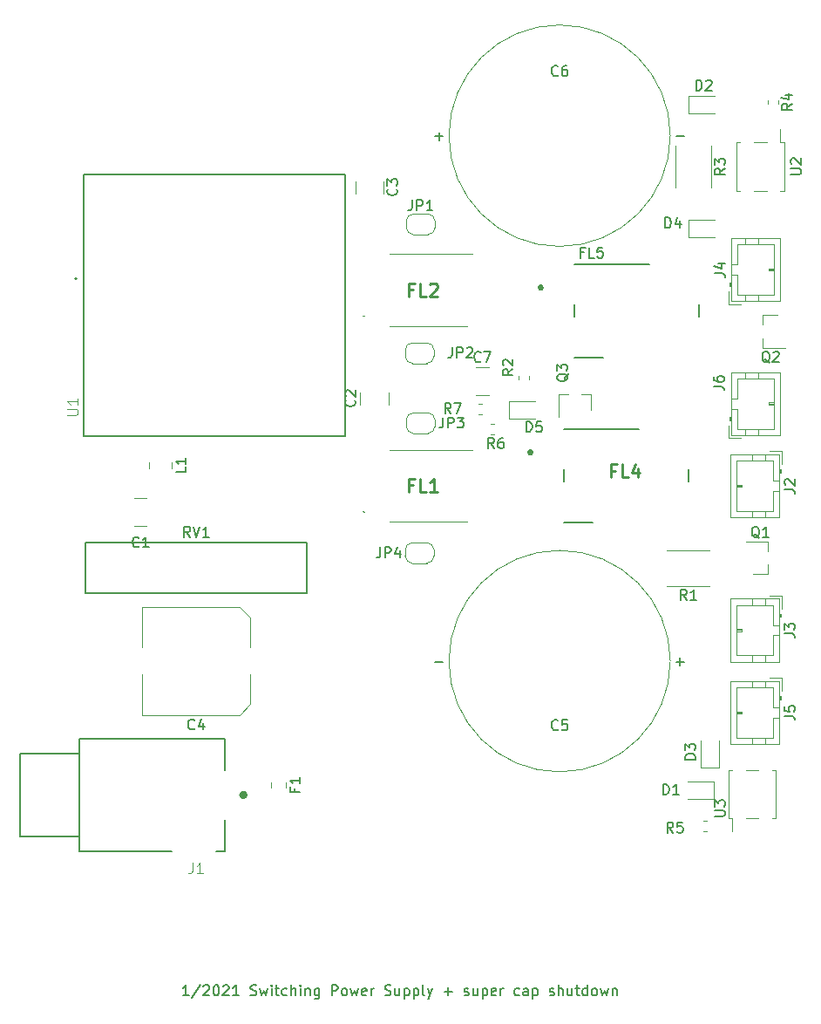
<source format=gto>
G04 #@! TF.GenerationSoftware,KiCad,Pcbnew,(5.1.5-0)*
G04 #@! TF.CreationDate,2021-01-13T09:50:43-07:00*
G04 #@! TF.ProjectId,power_cui,706f7765-725f-4637-9569-2e6b69636164,rev?*
G04 #@! TF.SameCoordinates,Original*
G04 #@! TF.FileFunction,Legend,Top*
G04 #@! TF.FilePolarity,Positive*
%FSLAX46Y46*%
G04 Gerber Fmt 4.6, Leading zero omitted, Abs format (unit mm)*
G04 Created by KiCad (PCBNEW (5.1.5-0)) date 2021-01-13 09:50:43*
%MOMM*%
%LPD*%
G04 APERTURE LIST*
%ADD10C,0.150000*%
%ADD11C,0.100000*%
%ADD12C,0.120000*%
%ADD13C,0.400000*%
%ADD14C,0.127000*%
%ADD15C,0.200000*%
%ADD16C,0.254000*%
%ADD17C,0.015000*%
G04 APERTURE END LIST*
D10*
X96476190Y-148452380D02*
X95904761Y-148452380D01*
X96190476Y-148452380D02*
X96190476Y-147452380D01*
X96095238Y-147595238D01*
X96000000Y-147690476D01*
X95904761Y-147738095D01*
X97619047Y-147404761D02*
X96761904Y-148690476D01*
X97904761Y-147547619D02*
X97952380Y-147500000D01*
X98047619Y-147452380D01*
X98285714Y-147452380D01*
X98380952Y-147500000D01*
X98428571Y-147547619D01*
X98476190Y-147642857D01*
X98476190Y-147738095D01*
X98428571Y-147880952D01*
X97857142Y-148452380D01*
X98476190Y-148452380D01*
X99095238Y-147452380D02*
X99190476Y-147452380D01*
X99285714Y-147500000D01*
X99333333Y-147547619D01*
X99380952Y-147642857D01*
X99428571Y-147833333D01*
X99428571Y-148071428D01*
X99380952Y-148261904D01*
X99333333Y-148357142D01*
X99285714Y-148404761D01*
X99190476Y-148452380D01*
X99095238Y-148452380D01*
X99000000Y-148404761D01*
X98952380Y-148357142D01*
X98904761Y-148261904D01*
X98857142Y-148071428D01*
X98857142Y-147833333D01*
X98904761Y-147642857D01*
X98952380Y-147547619D01*
X99000000Y-147500000D01*
X99095238Y-147452380D01*
X99809523Y-147547619D02*
X99857142Y-147500000D01*
X99952380Y-147452380D01*
X100190476Y-147452380D01*
X100285714Y-147500000D01*
X100333333Y-147547619D01*
X100380952Y-147642857D01*
X100380952Y-147738095D01*
X100333333Y-147880952D01*
X99761904Y-148452380D01*
X100380952Y-148452380D01*
X101333333Y-148452380D02*
X100761904Y-148452380D01*
X101047619Y-148452380D02*
X101047619Y-147452380D01*
X100952380Y-147595238D01*
X100857142Y-147690476D01*
X100761904Y-147738095D01*
X102476190Y-148404761D02*
X102619047Y-148452380D01*
X102857142Y-148452380D01*
X102952380Y-148404761D01*
X103000000Y-148357142D01*
X103047619Y-148261904D01*
X103047619Y-148166666D01*
X103000000Y-148071428D01*
X102952380Y-148023809D01*
X102857142Y-147976190D01*
X102666666Y-147928571D01*
X102571428Y-147880952D01*
X102523809Y-147833333D01*
X102476190Y-147738095D01*
X102476190Y-147642857D01*
X102523809Y-147547619D01*
X102571428Y-147500000D01*
X102666666Y-147452380D01*
X102904761Y-147452380D01*
X103047619Y-147500000D01*
X103380952Y-147785714D02*
X103571428Y-148452380D01*
X103761904Y-147976190D01*
X103952380Y-148452380D01*
X104142857Y-147785714D01*
X104523809Y-148452380D02*
X104523809Y-147785714D01*
X104523809Y-147452380D02*
X104476190Y-147500000D01*
X104523809Y-147547619D01*
X104571428Y-147500000D01*
X104523809Y-147452380D01*
X104523809Y-147547619D01*
X104857142Y-147785714D02*
X105238095Y-147785714D01*
X105000000Y-147452380D02*
X105000000Y-148309523D01*
X105047619Y-148404761D01*
X105142857Y-148452380D01*
X105238095Y-148452380D01*
X106000000Y-148404761D02*
X105904761Y-148452380D01*
X105714285Y-148452380D01*
X105619047Y-148404761D01*
X105571428Y-148357142D01*
X105523809Y-148261904D01*
X105523809Y-147976190D01*
X105571428Y-147880952D01*
X105619047Y-147833333D01*
X105714285Y-147785714D01*
X105904761Y-147785714D01*
X106000000Y-147833333D01*
X106428571Y-148452380D02*
X106428571Y-147452380D01*
X106857142Y-148452380D02*
X106857142Y-147928571D01*
X106809523Y-147833333D01*
X106714285Y-147785714D01*
X106571428Y-147785714D01*
X106476190Y-147833333D01*
X106428571Y-147880952D01*
X107333333Y-148452380D02*
X107333333Y-147785714D01*
X107333333Y-147452380D02*
X107285714Y-147500000D01*
X107333333Y-147547619D01*
X107380952Y-147500000D01*
X107333333Y-147452380D01*
X107333333Y-147547619D01*
X107809523Y-147785714D02*
X107809523Y-148452380D01*
X107809523Y-147880952D02*
X107857142Y-147833333D01*
X107952380Y-147785714D01*
X108095238Y-147785714D01*
X108190476Y-147833333D01*
X108238095Y-147928571D01*
X108238095Y-148452380D01*
X109142857Y-147785714D02*
X109142857Y-148595238D01*
X109095238Y-148690476D01*
X109047619Y-148738095D01*
X108952380Y-148785714D01*
X108809523Y-148785714D01*
X108714285Y-148738095D01*
X109142857Y-148404761D02*
X109047619Y-148452380D01*
X108857142Y-148452380D01*
X108761904Y-148404761D01*
X108714285Y-148357142D01*
X108666666Y-148261904D01*
X108666666Y-147976190D01*
X108714285Y-147880952D01*
X108761904Y-147833333D01*
X108857142Y-147785714D01*
X109047619Y-147785714D01*
X109142857Y-147833333D01*
X110380952Y-148452380D02*
X110380952Y-147452380D01*
X110761904Y-147452380D01*
X110857142Y-147500000D01*
X110904761Y-147547619D01*
X110952380Y-147642857D01*
X110952380Y-147785714D01*
X110904761Y-147880952D01*
X110857142Y-147928571D01*
X110761904Y-147976190D01*
X110380952Y-147976190D01*
X111523809Y-148452380D02*
X111428571Y-148404761D01*
X111380952Y-148357142D01*
X111333333Y-148261904D01*
X111333333Y-147976190D01*
X111380952Y-147880952D01*
X111428571Y-147833333D01*
X111523809Y-147785714D01*
X111666666Y-147785714D01*
X111761904Y-147833333D01*
X111809523Y-147880952D01*
X111857142Y-147976190D01*
X111857142Y-148261904D01*
X111809523Y-148357142D01*
X111761904Y-148404761D01*
X111666666Y-148452380D01*
X111523809Y-148452380D01*
X112190476Y-147785714D02*
X112380952Y-148452380D01*
X112571428Y-147976190D01*
X112761904Y-148452380D01*
X112952380Y-147785714D01*
X113714285Y-148404761D02*
X113619047Y-148452380D01*
X113428571Y-148452380D01*
X113333333Y-148404761D01*
X113285714Y-148309523D01*
X113285714Y-147928571D01*
X113333333Y-147833333D01*
X113428571Y-147785714D01*
X113619047Y-147785714D01*
X113714285Y-147833333D01*
X113761904Y-147928571D01*
X113761904Y-148023809D01*
X113285714Y-148119047D01*
X114190476Y-148452380D02*
X114190476Y-147785714D01*
X114190476Y-147976190D02*
X114238095Y-147880952D01*
X114285714Y-147833333D01*
X114380952Y-147785714D01*
X114476190Y-147785714D01*
X115523809Y-148404761D02*
X115666666Y-148452380D01*
X115904761Y-148452380D01*
X116000000Y-148404761D01*
X116047619Y-148357142D01*
X116095238Y-148261904D01*
X116095238Y-148166666D01*
X116047619Y-148071428D01*
X116000000Y-148023809D01*
X115904761Y-147976190D01*
X115714285Y-147928571D01*
X115619047Y-147880952D01*
X115571428Y-147833333D01*
X115523809Y-147738095D01*
X115523809Y-147642857D01*
X115571428Y-147547619D01*
X115619047Y-147500000D01*
X115714285Y-147452380D01*
X115952380Y-147452380D01*
X116095238Y-147500000D01*
X116952380Y-147785714D02*
X116952380Y-148452380D01*
X116523809Y-147785714D02*
X116523809Y-148309523D01*
X116571428Y-148404761D01*
X116666666Y-148452380D01*
X116809523Y-148452380D01*
X116904761Y-148404761D01*
X116952380Y-148357142D01*
X117428571Y-147785714D02*
X117428571Y-148785714D01*
X117428571Y-147833333D02*
X117523809Y-147785714D01*
X117714285Y-147785714D01*
X117809523Y-147833333D01*
X117857142Y-147880952D01*
X117904761Y-147976190D01*
X117904761Y-148261904D01*
X117857142Y-148357142D01*
X117809523Y-148404761D01*
X117714285Y-148452380D01*
X117523809Y-148452380D01*
X117428571Y-148404761D01*
X118333333Y-147785714D02*
X118333333Y-148785714D01*
X118333333Y-147833333D02*
X118428571Y-147785714D01*
X118619047Y-147785714D01*
X118714285Y-147833333D01*
X118761904Y-147880952D01*
X118809523Y-147976190D01*
X118809523Y-148261904D01*
X118761904Y-148357142D01*
X118714285Y-148404761D01*
X118619047Y-148452380D01*
X118428571Y-148452380D01*
X118333333Y-148404761D01*
X119380952Y-148452380D02*
X119285714Y-148404761D01*
X119238095Y-148309523D01*
X119238095Y-147452380D01*
X119666666Y-147785714D02*
X119904761Y-148452380D01*
X120142857Y-147785714D02*
X119904761Y-148452380D01*
X119809523Y-148690476D01*
X119761904Y-148738095D01*
X119666666Y-148785714D01*
X121285714Y-148071428D02*
X122047619Y-148071428D01*
X121666666Y-148452380D02*
X121666666Y-147690476D01*
X123238095Y-148404761D02*
X123333333Y-148452380D01*
X123523809Y-148452380D01*
X123619047Y-148404761D01*
X123666666Y-148309523D01*
X123666666Y-148261904D01*
X123619047Y-148166666D01*
X123523809Y-148119047D01*
X123380952Y-148119047D01*
X123285714Y-148071428D01*
X123238095Y-147976190D01*
X123238095Y-147928571D01*
X123285714Y-147833333D01*
X123380952Y-147785714D01*
X123523809Y-147785714D01*
X123619047Y-147833333D01*
X124523809Y-147785714D02*
X124523809Y-148452380D01*
X124095238Y-147785714D02*
X124095238Y-148309523D01*
X124142857Y-148404761D01*
X124238095Y-148452380D01*
X124380952Y-148452380D01*
X124476190Y-148404761D01*
X124523809Y-148357142D01*
X124999999Y-147785714D02*
X124999999Y-148785714D01*
X124999999Y-147833333D02*
X125095238Y-147785714D01*
X125285714Y-147785714D01*
X125380952Y-147833333D01*
X125428571Y-147880952D01*
X125476190Y-147976190D01*
X125476190Y-148261904D01*
X125428571Y-148357142D01*
X125380952Y-148404761D01*
X125285714Y-148452380D01*
X125095238Y-148452380D01*
X124999999Y-148404761D01*
X126285714Y-148404761D02*
X126190476Y-148452380D01*
X125999999Y-148452380D01*
X125904761Y-148404761D01*
X125857142Y-148309523D01*
X125857142Y-147928571D01*
X125904761Y-147833333D01*
X125999999Y-147785714D01*
X126190476Y-147785714D01*
X126285714Y-147833333D01*
X126333333Y-147928571D01*
X126333333Y-148023809D01*
X125857142Y-148119047D01*
X126761904Y-148452380D02*
X126761904Y-147785714D01*
X126761904Y-147976190D02*
X126809523Y-147880952D01*
X126857142Y-147833333D01*
X126952380Y-147785714D01*
X127047619Y-147785714D01*
X128571428Y-148404761D02*
X128476190Y-148452380D01*
X128285714Y-148452380D01*
X128190476Y-148404761D01*
X128142857Y-148357142D01*
X128095238Y-148261904D01*
X128095238Y-147976190D01*
X128142857Y-147880952D01*
X128190476Y-147833333D01*
X128285714Y-147785714D01*
X128476190Y-147785714D01*
X128571428Y-147833333D01*
X129428571Y-148452380D02*
X129428571Y-147928571D01*
X129380952Y-147833333D01*
X129285714Y-147785714D01*
X129095238Y-147785714D01*
X128999999Y-147833333D01*
X129428571Y-148404761D02*
X129333333Y-148452380D01*
X129095238Y-148452380D01*
X128999999Y-148404761D01*
X128952380Y-148309523D01*
X128952380Y-148214285D01*
X128999999Y-148119047D01*
X129095238Y-148071428D01*
X129333333Y-148071428D01*
X129428571Y-148023809D01*
X129904761Y-147785714D02*
X129904761Y-148785714D01*
X129904761Y-147833333D02*
X130000000Y-147785714D01*
X130190476Y-147785714D01*
X130285714Y-147833333D01*
X130333333Y-147880952D01*
X130380952Y-147976190D01*
X130380952Y-148261904D01*
X130333333Y-148357142D01*
X130285714Y-148404761D01*
X130190476Y-148452380D01*
X130000000Y-148452380D01*
X129904761Y-148404761D01*
X131523809Y-148404761D02*
X131619047Y-148452380D01*
X131809523Y-148452380D01*
X131904761Y-148404761D01*
X131952380Y-148309523D01*
X131952380Y-148261904D01*
X131904761Y-148166666D01*
X131809523Y-148119047D01*
X131666666Y-148119047D01*
X131571428Y-148071428D01*
X131523809Y-147976190D01*
X131523809Y-147928571D01*
X131571428Y-147833333D01*
X131666666Y-147785714D01*
X131809523Y-147785714D01*
X131904761Y-147833333D01*
X132380952Y-148452380D02*
X132380952Y-147452380D01*
X132809523Y-148452380D02*
X132809523Y-147928571D01*
X132761904Y-147833333D01*
X132666666Y-147785714D01*
X132523809Y-147785714D01*
X132428571Y-147833333D01*
X132380952Y-147880952D01*
X133714285Y-147785714D02*
X133714285Y-148452380D01*
X133285714Y-147785714D02*
X133285714Y-148309523D01*
X133333333Y-148404761D01*
X133428571Y-148452380D01*
X133571428Y-148452380D01*
X133666666Y-148404761D01*
X133714285Y-148357142D01*
X134047619Y-147785714D02*
X134428571Y-147785714D01*
X134190476Y-147452380D02*
X134190476Y-148309523D01*
X134238095Y-148404761D01*
X134333333Y-148452380D01*
X134428571Y-148452380D01*
X135190476Y-148452380D02*
X135190476Y-147452380D01*
X135190476Y-148404761D02*
X135095238Y-148452380D01*
X134904761Y-148452380D01*
X134809523Y-148404761D01*
X134761904Y-148357142D01*
X134714285Y-148261904D01*
X134714285Y-147976190D01*
X134761904Y-147880952D01*
X134809523Y-147833333D01*
X134904761Y-147785714D01*
X135095238Y-147785714D01*
X135190476Y-147833333D01*
X135809523Y-148452380D02*
X135714285Y-148404761D01*
X135666666Y-148357142D01*
X135619047Y-148261904D01*
X135619047Y-147976190D01*
X135666666Y-147880952D01*
X135714285Y-147833333D01*
X135809523Y-147785714D01*
X135952380Y-147785714D01*
X136047619Y-147833333D01*
X136095238Y-147880952D01*
X136142857Y-147976190D01*
X136142857Y-148261904D01*
X136095238Y-148357142D01*
X136047619Y-148404761D01*
X135952380Y-148452380D01*
X135809523Y-148452380D01*
X136476190Y-147785714D02*
X136666666Y-148452380D01*
X136857142Y-147976190D01*
X137047619Y-148452380D01*
X137238095Y-147785714D01*
X137619047Y-147785714D02*
X137619047Y-148452380D01*
X137619047Y-147880952D02*
X137666666Y-147833333D01*
X137761904Y-147785714D01*
X137904761Y-147785714D01*
X137999999Y-147833333D01*
X138047619Y-147928571D01*
X138047619Y-148452380D01*
D11*
X116000000Y-95500000D02*
X124000000Y-95500000D01*
X116000000Y-102500000D02*
X123500000Y-102500000D01*
X113500000Y-101500000D02*
X113500000Y-101500000D01*
X113400000Y-101500000D02*
X113400000Y-101500000D01*
X113400000Y-101500000D02*
G75*
G02X113500000Y-101500000I50000J0D01*
G01*
X113500000Y-101500000D02*
G75*
G02X113400000Y-101500000I-50000J0D01*
G01*
D12*
X124628733Y-92010000D02*
X124971267Y-92010000D01*
X124628733Y-90990000D02*
X124971267Y-90990000D01*
X126171267Y-92990000D02*
X125828733Y-92990000D01*
X126171267Y-94010000D02*
X125828733Y-94010000D01*
X135580000Y-90140000D02*
X135580000Y-91600000D01*
X132420000Y-90140000D02*
X132420000Y-92300000D01*
X132420000Y-90140000D02*
X133350000Y-90140000D01*
X135580000Y-90140000D02*
X134650000Y-90140000D01*
D11*
X116000000Y-76500000D02*
X124000000Y-76500000D01*
X116000000Y-83500000D02*
X123500000Y-83500000D01*
X113500000Y-82500000D02*
X113500000Y-82500000D01*
X113400000Y-82500000D02*
X113400000Y-82500000D01*
X113400000Y-82500000D02*
G75*
G02X113500000Y-82500000I50000J0D01*
G01*
X113500000Y-82500000D02*
G75*
G02X113400000Y-82500000I-50000J0D01*
G01*
D12*
X127600000Y-90750000D02*
X130150000Y-90750000D01*
X127600000Y-92450000D02*
X130150000Y-92450000D01*
X127600000Y-90750000D02*
X127600000Y-92450000D01*
X143250000Y-65000000D02*
G75*
G03X143250000Y-65000000I-10750000J0D01*
G01*
X143250000Y-116000000D02*
G75*
G03X143250000Y-116000000I-10750000J0D01*
G01*
X151820000Y-126550000D02*
X150580000Y-126550000D01*
X151820000Y-131250000D02*
X150580000Y-131250000D01*
X149250000Y-131250000D02*
X148900000Y-131250000D01*
X148900000Y-131250000D02*
X148900000Y-126550000D01*
X148900000Y-126550000D02*
X149250000Y-126550000D01*
X149250000Y-131250000D02*
X149250000Y-132500000D01*
X153150000Y-131250000D02*
X153500000Y-131250000D01*
X153500000Y-131250000D02*
X153500000Y-126550000D01*
X153500000Y-126550000D02*
X153150000Y-126550000D01*
X146428733Y-132510000D02*
X146771267Y-132510000D01*
X146428733Y-131490000D02*
X146771267Y-131490000D01*
X151380000Y-70350000D02*
X152620000Y-70350000D01*
X151380000Y-65650000D02*
X152620000Y-65650000D01*
X153950000Y-65650000D02*
X154300000Y-65650000D01*
X154300000Y-65650000D02*
X154300000Y-70350000D01*
X154300000Y-70350000D02*
X153950000Y-70350000D01*
X153950000Y-65650000D02*
X153950000Y-64400000D01*
X150050000Y-65650000D02*
X149700000Y-65650000D01*
X149700000Y-65650000D02*
X149700000Y-70350000D01*
X149700000Y-70350000D02*
X150050000Y-70350000D01*
X152690000Y-61553733D02*
X152690000Y-61896267D01*
X153710000Y-61553733D02*
X153710000Y-61896267D01*
D13*
X101980000Y-128990000D02*
G75*
G03X101980000Y-128990000I-200000J0D01*
G01*
D14*
X85800000Y-134500000D02*
X85800000Y-133000000D01*
X85800000Y-133000000D02*
X85800000Y-125000000D01*
X85800000Y-125000000D02*
X85800000Y-123500000D01*
X85800000Y-123500000D02*
X100000000Y-123500000D01*
X80100000Y-133000000D02*
X80100000Y-125000000D01*
X80100000Y-125000000D02*
X85800000Y-125000000D01*
X80100000Y-133000000D02*
X85800000Y-133000000D01*
X94800000Y-134500000D02*
X85800000Y-134500000D01*
X100000000Y-134500000D02*
X99100000Y-134500000D01*
X100000000Y-131400000D02*
X100000000Y-134500000D01*
X100000000Y-123500000D02*
X100000000Y-126600000D01*
D12*
X148890000Y-94360000D02*
X150140000Y-94360000D01*
X148890000Y-93110000D02*
X148890000Y-94360000D01*
X153300000Y-91000000D02*
X152800000Y-91000000D01*
X152800000Y-90900000D02*
X153300000Y-90900000D01*
X152800000Y-91100000D02*
X152800000Y-90900000D01*
X153300000Y-91100000D02*
X152800000Y-91100000D01*
X151800000Y-87940000D02*
X151800000Y-88550000D01*
X150500000Y-87940000D02*
X150500000Y-88550000D01*
X151800000Y-94060000D02*
X151800000Y-93450000D01*
X150500000Y-94060000D02*
X150500000Y-93450000D01*
X149800000Y-90500000D02*
X149190000Y-90500000D01*
X149800000Y-88550000D02*
X149800000Y-90500000D01*
X153300000Y-88550000D02*
X149800000Y-88550000D01*
X153300000Y-93450000D02*
X153300000Y-88550000D01*
X149800000Y-93450000D02*
X153300000Y-93450000D01*
X149800000Y-91500000D02*
X149800000Y-93450000D01*
X149190000Y-91500000D02*
X149800000Y-91500000D01*
X149090000Y-92300000D02*
X149090000Y-92600000D01*
X148990000Y-92600000D02*
X149190000Y-92600000D01*
X148990000Y-92300000D02*
X148990000Y-92600000D01*
X149190000Y-92300000D02*
X148990000Y-92300000D01*
X149190000Y-87940000D02*
X149190000Y-94060000D01*
X153910000Y-87940000D02*
X149190000Y-87940000D01*
X153910000Y-94060000D02*
X153910000Y-87940000D01*
X149190000Y-94060000D02*
X153910000Y-94060000D01*
X124397936Y-90160000D02*
X125602064Y-90160000D01*
X124397936Y-87440000D02*
X125602064Y-87440000D01*
X143790000Y-65947936D02*
X143790000Y-70052064D01*
X147210000Y-65947936D02*
X147210000Y-70052064D01*
X128490000Y-88328733D02*
X128490000Y-88671267D01*
X129510000Y-88328733D02*
X129510000Y-88671267D01*
X152240000Y-82420000D02*
X153700000Y-82420000D01*
X152240000Y-85580000D02*
X154400000Y-85580000D01*
X152240000Y-85580000D02*
X152240000Y-84650000D01*
X152240000Y-82420000D02*
X152240000Y-83350000D01*
X152760000Y-107580000D02*
X151300000Y-107580000D01*
X152760000Y-104420000D02*
X150600000Y-104420000D01*
X152760000Y-104420000D02*
X152760000Y-105350000D01*
X152760000Y-107580000D02*
X152760000Y-106650000D01*
X154110000Y-117640000D02*
X152860000Y-117640000D01*
X154110000Y-118890000D02*
X154110000Y-117640000D01*
X149700000Y-121000000D02*
X150200000Y-121000000D01*
X150200000Y-121100000D02*
X149700000Y-121100000D01*
X150200000Y-120900000D02*
X150200000Y-121100000D01*
X149700000Y-120900000D02*
X150200000Y-120900000D01*
X151200000Y-124060000D02*
X151200000Y-123450000D01*
X152500000Y-124060000D02*
X152500000Y-123450000D01*
X151200000Y-117940000D02*
X151200000Y-118550000D01*
X152500000Y-117940000D02*
X152500000Y-118550000D01*
X153200000Y-121500000D02*
X153810000Y-121500000D01*
X153200000Y-123450000D02*
X153200000Y-121500000D01*
X149700000Y-123450000D02*
X153200000Y-123450000D01*
X149700000Y-118550000D02*
X149700000Y-123450000D01*
X153200000Y-118550000D02*
X149700000Y-118550000D01*
X153200000Y-120500000D02*
X153200000Y-118550000D01*
X153810000Y-120500000D02*
X153200000Y-120500000D01*
X153910000Y-119700000D02*
X153910000Y-119400000D01*
X154010000Y-119400000D02*
X153810000Y-119400000D01*
X154010000Y-119700000D02*
X154010000Y-119400000D01*
X153810000Y-119700000D02*
X154010000Y-119700000D01*
X153810000Y-124060000D02*
X153810000Y-117940000D01*
X149090000Y-124060000D02*
X153810000Y-124060000D01*
X149090000Y-117940000D02*
X149090000Y-124060000D01*
X153810000Y-117940000D02*
X149090000Y-117940000D01*
X148890000Y-81360000D02*
X150140000Y-81360000D01*
X148890000Y-80110000D02*
X148890000Y-81360000D01*
X153300000Y-78000000D02*
X152800000Y-78000000D01*
X152800000Y-77900000D02*
X153300000Y-77900000D01*
X152800000Y-78100000D02*
X152800000Y-77900000D01*
X153300000Y-78100000D02*
X152800000Y-78100000D01*
X151800000Y-74940000D02*
X151800000Y-75550000D01*
X150500000Y-74940000D02*
X150500000Y-75550000D01*
X151800000Y-81060000D02*
X151800000Y-80450000D01*
X150500000Y-81060000D02*
X150500000Y-80450000D01*
X149800000Y-77500000D02*
X149190000Y-77500000D01*
X149800000Y-75550000D02*
X149800000Y-77500000D01*
X153300000Y-75550000D02*
X149800000Y-75550000D01*
X153300000Y-80450000D02*
X153300000Y-75550000D01*
X149800000Y-80450000D02*
X153300000Y-80450000D01*
X149800000Y-78500000D02*
X149800000Y-80450000D01*
X149190000Y-78500000D02*
X149800000Y-78500000D01*
X149090000Y-79300000D02*
X149090000Y-79600000D01*
X148990000Y-79600000D02*
X149190000Y-79600000D01*
X148990000Y-79300000D02*
X148990000Y-79600000D01*
X149190000Y-79300000D02*
X148990000Y-79300000D01*
X149190000Y-74940000D02*
X149190000Y-81060000D01*
X153910000Y-74940000D02*
X149190000Y-74940000D01*
X153910000Y-81060000D02*
X153910000Y-74940000D01*
X149190000Y-81060000D02*
X153910000Y-81060000D01*
X154110000Y-109640000D02*
X152860000Y-109640000D01*
X154110000Y-110890000D02*
X154110000Y-109640000D01*
X149700000Y-113000000D02*
X150200000Y-113000000D01*
X150200000Y-113100000D02*
X149700000Y-113100000D01*
X150200000Y-112900000D02*
X150200000Y-113100000D01*
X149700000Y-112900000D02*
X150200000Y-112900000D01*
X151200000Y-116060000D02*
X151200000Y-115450000D01*
X152500000Y-116060000D02*
X152500000Y-115450000D01*
X151200000Y-109940000D02*
X151200000Y-110550000D01*
X152500000Y-109940000D02*
X152500000Y-110550000D01*
X153200000Y-113500000D02*
X153810000Y-113500000D01*
X153200000Y-115450000D02*
X153200000Y-113500000D01*
X149700000Y-115450000D02*
X153200000Y-115450000D01*
X149700000Y-110550000D02*
X149700000Y-115450000D01*
X153200000Y-110550000D02*
X149700000Y-110550000D01*
X153200000Y-112500000D02*
X153200000Y-110550000D01*
X153810000Y-112500000D02*
X153200000Y-112500000D01*
X153910000Y-111700000D02*
X153910000Y-111400000D01*
X154010000Y-111400000D02*
X153810000Y-111400000D01*
X154010000Y-111700000D02*
X154010000Y-111400000D01*
X153810000Y-111700000D02*
X154010000Y-111700000D01*
X153810000Y-116060000D02*
X153810000Y-109940000D01*
X149090000Y-116060000D02*
X153810000Y-116060000D01*
X149090000Y-109940000D02*
X149090000Y-116060000D01*
X153810000Y-109940000D02*
X149090000Y-109940000D01*
X154110000Y-95640000D02*
X152860000Y-95640000D01*
X154110000Y-96890000D02*
X154110000Y-95640000D01*
X149700000Y-99000000D02*
X150200000Y-99000000D01*
X150200000Y-99100000D02*
X149700000Y-99100000D01*
X150200000Y-98900000D02*
X150200000Y-99100000D01*
X149700000Y-98900000D02*
X150200000Y-98900000D01*
X151200000Y-102060000D02*
X151200000Y-101450000D01*
X152500000Y-102060000D02*
X152500000Y-101450000D01*
X151200000Y-95940000D02*
X151200000Y-96550000D01*
X152500000Y-95940000D02*
X152500000Y-96550000D01*
X153200000Y-99500000D02*
X153810000Y-99500000D01*
X153200000Y-101450000D02*
X153200000Y-99500000D01*
X149700000Y-101450000D02*
X153200000Y-101450000D01*
X149700000Y-96550000D02*
X149700000Y-101450000D01*
X153200000Y-96550000D02*
X149700000Y-96550000D01*
X153200000Y-98500000D02*
X153200000Y-96550000D01*
X153810000Y-98500000D02*
X153200000Y-98500000D01*
X153910000Y-97700000D02*
X153910000Y-97400000D01*
X154010000Y-97400000D02*
X153810000Y-97400000D01*
X154010000Y-97700000D02*
X154010000Y-97400000D01*
X153810000Y-97700000D02*
X154010000Y-97700000D01*
X153810000Y-102060000D02*
X153810000Y-95940000D01*
X149090000Y-102060000D02*
X153810000Y-102060000D01*
X149090000Y-95940000D02*
X149090000Y-102060000D01*
X153810000Y-95940000D02*
X149090000Y-95940000D01*
X145000000Y-73150000D02*
X147550000Y-73150000D01*
X145000000Y-74850000D02*
X147550000Y-74850000D01*
X145000000Y-73150000D02*
X145000000Y-74850000D01*
X146250000Y-126300000D02*
X146250000Y-123750000D01*
X147950000Y-126300000D02*
X147950000Y-123750000D01*
X146250000Y-126300000D02*
X147950000Y-126300000D01*
X147052064Y-105290000D02*
X142947936Y-105290000D01*
X147052064Y-108710000D02*
X142947936Y-108710000D01*
X145000000Y-61150000D02*
X147550000Y-61150000D01*
X145000000Y-62850000D02*
X147550000Y-62850000D01*
X145000000Y-61150000D02*
X145000000Y-62850000D01*
X147500000Y-129350000D02*
X144950000Y-129350000D01*
X147500000Y-127650000D02*
X144950000Y-127650000D01*
X147500000Y-129350000D02*
X147500000Y-127650000D01*
X92590000Y-96738748D02*
X92590000Y-97261252D01*
X94810000Y-96738748D02*
X94810000Y-97261252D01*
D14*
X111700000Y-94200000D02*
X86300000Y-94200000D01*
X86300000Y-94200000D02*
X86300000Y-68800000D01*
X86300000Y-68800000D02*
X111700000Y-68800000D01*
X111700000Y-68800000D02*
X111700000Y-94200000D01*
D15*
X85600000Y-78900000D02*
G75*
G03X85600000Y-78900000I-100000J0D01*
G01*
D10*
X107950000Y-109400000D02*
X107950000Y-104500000D01*
X86450000Y-109400000D02*
X86450000Y-104500000D01*
X107950000Y-109400000D02*
X86450000Y-109400000D01*
X107950000Y-104500000D02*
X86450000Y-104500000D01*
D12*
X104490000Y-127738748D02*
X104490000Y-128261252D01*
X105910000Y-127738748D02*
X105910000Y-128261252D01*
X102460000Y-111804437D02*
X101395563Y-110740000D01*
X102460000Y-120195563D02*
X101395563Y-121260000D01*
X102460000Y-120195563D02*
X102460000Y-117310000D01*
X102460000Y-111804437D02*
X102460000Y-114690000D01*
X101395563Y-110740000D02*
X91940000Y-110740000D01*
X101395563Y-121260000D02*
X91940000Y-121260000D01*
X91940000Y-121260000D02*
X91940000Y-117310000D01*
X91940000Y-110740000D02*
X91940000Y-114690000D01*
X112640000Y-69397936D02*
X112640000Y-70602064D01*
X115360000Y-69397936D02*
X115360000Y-70602064D01*
X115860000Y-91102064D02*
X115860000Y-89897936D01*
X113140000Y-91102064D02*
X113140000Y-89897936D01*
X92402064Y-100140000D02*
X91197936Y-100140000D01*
X92402064Y-102860000D02*
X91197936Y-102860000D01*
D16*
X129838000Y-95742000D02*
G75*
G03X129838000Y-95742000I-180000J0D01*
G01*
D15*
X145050000Y-97400000D02*
X145050000Y-98600000D01*
X132950000Y-97400000D02*
X132950000Y-98600000D01*
X132950000Y-102550000D02*
X135716000Y-102550000D01*
X132950000Y-93450000D02*
X140193000Y-93450000D01*
D16*
X130838000Y-79742000D02*
G75*
G03X130838000Y-79742000I-180000J0D01*
G01*
D15*
X146050000Y-81400000D02*
X146050000Y-82600000D01*
X133950000Y-81400000D02*
X133950000Y-82600000D01*
X133950000Y-86550000D02*
X136716000Y-86550000D01*
X133950000Y-77450000D02*
X141193000Y-77450000D01*
D12*
X118200000Y-104500000D02*
X119600000Y-104500000D01*
X120300000Y-105200000D02*
X120300000Y-105800000D01*
X119600000Y-106500000D02*
X118200000Y-106500000D01*
X117500000Y-105800000D02*
X117500000Y-105200000D01*
X117500000Y-105200000D02*
G75*
G02X118200000Y-104500000I700000J0D01*
G01*
X118200000Y-106500000D02*
G75*
G02X117500000Y-105800000I0J700000D01*
G01*
X120300000Y-105800000D02*
G75*
G02X119600000Y-106500000I-700000J0D01*
G01*
X119600000Y-104500000D02*
G75*
G02X120300000Y-105200000I0J-700000D01*
G01*
X118300000Y-91900000D02*
X119700000Y-91900000D01*
X120400000Y-92600000D02*
X120400000Y-93200000D01*
X119700000Y-93900000D02*
X118300000Y-93900000D01*
X117600000Y-93200000D02*
X117600000Y-92600000D01*
X117600000Y-92600000D02*
G75*
G02X118300000Y-91900000I700000J0D01*
G01*
X118300000Y-93900000D02*
G75*
G02X117600000Y-93200000I0J700000D01*
G01*
X120400000Y-93200000D02*
G75*
G02X119700000Y-93900000I-700000J0D01*
G01*
X119700000Y-91900000D02*
G75*
G02X120400000Y-92600000I0J-700000D01*
G01*
X118200000Y-85100000D02*
X119600000Y-85100000D01*
X120300000Y-85800000D02*
X120300000Y-86400000D01*
X119600000Y-87100000D02*
X118200000Y-87100000D01*
X117500000Y-86400000D02*
X117500000Y-85800000D01*
X117500000Y-85800000D02*
G75*
G02X118200000Y-85100000I700000J0D01*
G01*
X118200000Y-87100000D02*
G75*
G02X117500000Y-86400000I0J700000D01*
G01*
X120300000Y-86400000D02*
G75*
G02X119600000Y-87100000I-700000J0D01*
G01*
X119600000Y-85100000D02*
G75*
G02X120300000Y-85800000I0J-700000D01*
G01*
X118300000Y-72600000D02*
X119700000Y-72600000D01*
X120400000Y-73300000D02*
X120400000Y-73900000D01*
X119700000Y-74600000D02*
X118300000Y-74600000D01*
X117600000Y-73900000D02*
X117600000Y-73300000D01*
X117600000Y-73300000D02*
G75*
G02X118300000Y-72600000I700000J0D01*
G01*
X118300000Y-74600000D02*
G75*
G02X117600000Y-73900000I0J700000D01*
G01*
X120400000Y-73900000D02*
G75*
G02X119700000Y-74600000I-700000J0D01*
G01*
X119700000Y-72600000D02*
G75*
G02X120400000Y-73300000I0J-700000D01*
G01*
D16*
X118262619Y-98909285D02*
X117839285Y-98909285D01*
X117839285Y-99574523D02*
X117839285Y-98304523D01*
X118444047Y-98304523D01*
X119532619Y-99574523D02*
X118927857Y-99574523D01*
X118927857Y-98304523D01*
X120621190Y-99574523D02*
X119895476Y-99574523D01*
X120258333Y-99574523D02*
X120258333Y-98304523D01*
X120137380Y-98485952D01*
X120016428Y-98606904D01*
X119895476Y-98667380D01*
D10*
X121933333Y-91952380D02*
X121600000Y-91476190D01*
X121361904Y-91952380D02*
X121361904Y-90952380D01*
X121742857Y-90952380D01*
X121838095Y-91000000D01*
X121885714Y-91047619D01*
X121933333Y-91142857D01*
X121933333Y-91285714D01*
X121885714Y-91380952D01*
X121838095Y-91428571D01*
X121742857Y-91476190D01*
X121361904Y-91476190D01*
X122266666Y-90952380D02*
X122933333Y-90952380D01*
X122504761Y-91952380D01*
X126133333Y-95352380D02*
X125800000Y-94876190D01*
X125561904Y-95352380D02*
X125561904Y-94352380D01*
X125942857Y-94352380D01*
X126038095Y-94400000D01*
X126085714Y-94447619D01*
X126133333Y-94542857D01*
X126133333Y-94685714D01*
X126085714Y-94780952D01*
X126038095Y-94828571D01*
X125942857Y-94876190D01*
X125561904Y-94876190D01*
X126990476Y-94352380D02*
X126800000Y-94352380D01*
X126704761Y-94400000D01*
X126657142Y-94447619D01*
X126561904Y-94590476D01*
X126514285Y-94780952D01*
X126514285Y-95161904D01*
X126561904Y-95257142D01*
X126609523Y-95304761D01*
X126704761Y-95352380D01*
X126895238Y-95352380D01*
X126990476Y-95304761D01*
X127038095Y-95257142D01*
X127085714Y-95161904D01*
X127085714Y-94923809D01*
X127038095Y-94828571D01*
X126990476Y-94780952D01*
X126895238Y-94733333D01*
X126704761Y-94733333D01*
X126609523Y-94780952D01*
X126561904Y-94828571D01*
X126514285Y-94923809D01*
X133347619Y-88095238D02*
X133300000Y-88190476D01*
X133204761Y-88285714D01*
X133061904Y-88428571D01*
X133014285Y-88523809D01*
X133014285Y-88619047D01*
X133252380Y-88571428D02*
X133204761Y-88666666D01*
X133109523Y-88761904D01*
X132919047Y-88809523D01*
X132585714Y-88809523D01*
X132395238Y-88761904D01*
X132300000Y-88666666D01*
X132252380Y-88571428D01*
X132252380Y-88380952D01*
X132300000Y-88285714D01*
X132395238Y-88190476D01*
X132585714Y-88142857D01*
X132919047Y-88142857D01*
X133109523Y-88190476D01*
X133204761Y-88285714D01*
X133252380Y-88380952D01*
X133252380Y-88571428D01*
X132252380Y-87809523D02*
X132252380Y-87190476D01*
X132633333Y-87523809D01*
X132633333Y-87380952D01*
X132680952Y-87285714D01*
X132728571Y-87238095D01*
X132823809Y-87190476D01*
X133061904Y-87190476D01*
X133157142Y-87238095D01*
X133204761Y-87285714D01*
X133252380Y-87380952D01*
X133252380Y-87666666D01*
X133204761Y-87761904D01*
X133157142Y-87809523D01*
D16*
X118262619Y-79909285D02*
X117839285Y-79909285D01*
X117839285Y-80574523D02*
X117839285Y-79304523D01*
X118444047Y-79304523D01*
X119532619Y-80574523D02*
X118927857Y-80574523D01*
X118927857Y-79304523D01*
X119895476Y-79425476D02*
X119955952Y-79365000D01*
X120076904Y-79304523D01*
X120379285Y-79304523D01*
X120500238Y-79365000D01*
X120560714Y-79425476D01*
X120621190Y-79546428D01*
X120621190Y-79667380D01*
X120560714Y-79848809D01*
X119835000Y-80574523D01*
X120621190Y-80574523D01*
D10*
X129261904Y-93752380D02*
X129261904Y-92752380D01*
X129500000Y-92752380D01*
X129642857Y-92800000D01*
X129738095Y-92895238D01*
X129785714Y-92990476D01*
X129833333Y-93180952D01*
X129833333Y-93323809D01*
X129785714Y-93514285D01*
X129738095Y-93609523D01*
X129642857Y-93704761D01*
X129500000Y-93752380D01*
X129261904Y-93752380D01*
X130738095Y-92752380D02*
X130261904Y-92752380D01*
X130214285Y-93228571D01*
X130261904Y-93180952D01*
X130357142Y-93133333D01*
X130595238Y-93133333D01*
X130690476Y-93180952D01*
X130738095Y-93228571D01*
X130785714Y-93323809D01*
X130785714Y-93561904D01*
X130738095Y-93657142D01*
X130690476Y-93704761D01*
X130595238Y-93752380D01*
X130357142Y-93752380D01*
X130261904Y-93704761D01*
X130214285Y-93657142D01*
X132333333Y-59107142D02*
X132285714Y-59154761D01*
X132142857Y-59202380D01*
X132047619Y-59202380D01*
X131904761Y-59154761D01*
X131809523Y-59059523D01*
X131761904Y-58964285D01*
X131714285Y-58773809D01*
X131714285Y-58630952D01*
X131761904Y-58440476D01*
X131809523Y-58345238D01*
X131904761Y-58250000D01*
X132047619Y-58202380D01*
X132142857Y-58202380D01*
X132285714Y-58250000D01*
X132333333Y-58297619D01*
X133190476Y-58202380D02*
X133000000Y-58202380D01*
X132904761Y-58250000D01*
X132857142Y-58297619D01*
X132761904Y-58440476D01*
X132714285Y-58630952D01*
X132714285Y-59011904D01*
X132761904Y-59107142D01*
X132809523Y-59154761D01*
X132904761Y-59202380D01*
X133095238Y-59202380D01*
X133190476Y-59154761D01*
X133238095Y-59107142D01*
X133285714Y-59011904D01*
X133285714Y-58773809D01*
X133238095Y-58678571D01*
X133190476Y-58630952D01*
X133095238Y-58583333D01*
X132904761Y-58583333D01*
X132809523Y-58630952D01*
X132761904Y-58678571D01*
X132714285Y-58773809D01*
X120419047Y-65071428D02*
X121180952Y-65071428D01*
X120800000Y-65452380D02*
X120800000Y-64690476D01*
X143819047Y-65071428D02*
X144580952Y-65071428D01*
X132333333Y-122607142D02*
X132285714Y-122654761D01*
X132142857Y-122702380D01*
X132047619Y-122702380D01*
X131904761Y-122654761D01*
X131809523Y-122559523D01*
X131761904Y-122464285D01*
X131714285Y-122273809D01*
X131714285Y-122130952D01*
X131761904Y-121940476D01*
X131809523Y-121845238D01*
X131904761Y-121750000D01*
X132047619Y-121702380D01*
X132142857Y-121702380D01*
X132285714Y-121750000D01*
X132333333Y-121797619D01*
X133238095Y-121702380D02*
X132761904Y-121702380D01*
X132714285Y-122178571D01*
X132761904Y-122130952D01*
X132857142Y-122083333D01*
X133095238Y-122083333D01*
X133190476Y-122130952D01*
X133238095Y-122178571D01*
X133285714Y-122273809D01*
X133285714Y-122511904D01*
X133238095Y-122607142D01*
X133190476Y-122654761D01*
X133095238Y-122702380D01*
X132857142Y-122702380D01*
X132761904Y-122654761D01*
X132714285Y-122607142D01*
X143819047Y-116071428D02*
X144580952Y-116071428D01*
X144200000Y-116452380D02*
X144200000Y-115690476D01*
X120419047Y-116071428D02*
X121180952Y-116071428D01*
X147552380Y-131061904D02*
X148361904Y-131061904D01*
X148457142Y-131014285D01*
X148504761Y-130966666D01*
X148552380Y-130871428D01*
X148552380Y-130680952D01*
X148504761Y-130585714D01*
X148457142Y-130538095D01*
X148361904Y-130490476D01*
X147552380Y-130490476D01*
X147552380Y-130109523D02*
X147552380Y-129490476D01*
X147933333Y-129823809D01*
X147933333Y-129680952D01*
X147980952Y-129585714D01*
X148028571Y-129538095D01*
X148123809Y-129490476D01*
X148361904Y-129490476D01*
X148457142Y-129538095D01*
X148504761Y-129585714D01*
X148552380Y-129680952D01*
X148552380Y-129966666D01*
X148504761Y-130061904D01*
X148457142Y-130109523D01*
X143533333Y-132652380D02*
X143200000Y-132176190D01*
X142961904Y-132652380D02*
X142961904Y-131652380D01*
X143342857Y-131652380D01*
X143438095Y-131700000D01*
X143485714Y-131747619D01*
X143533333Y-131842857D01*
X143533333Y-131985714D01*
X143485714Y-132080952D01*
X143438095Y-132128571D01*
X143342857Y-132176190D01*
X142961904Y-132176190D01*
X144438095Y-131652380D02*
X143961904Y-131652380D01*
X143914285Y-132128571D01*
X143961904Y-132080952D01*
X144057142Y-132033333D01*
X144295238Y-132033333D01*
X144390476Y-132080952D01*
X144438095Y-132128571D01*
X144485714Y-132223809D01*
X144485714Y-132461904D01*
X144438095Y-132557142D01*
X144390476Y-132604761D01*
X144295238Y-132652380D01*
X144057142Y-132652380D01*
X143961904Y-132604761D01*
X143914285Y-132557142D01*
X154952380Y-68761904D02*
X155761904Y-68761904D01*
X155857142Y-68714285D01*
X155904761Y-68666666D01*
X155952380Y-68571428D01*
X155952380Y-68380952D01*
X155904761Y-68285714D01*
X155857142Y-68238095D01*
X155761904Y-68190476D01*
X154952380Y-68190476D01*
X155047619Y-67761904D02*
X155000000Y-67714285D01*
X154952380Y-67619047D01*
X154952380Y-67380952D01*
X155000000Y-67285714D01*
X155047619Y-67238095D01*
X155142857Y-67190476D01*
X155238095Y-67190476D01*
X155380952Y-67238095D01*
X155952380Y-67809523D01*
X155952380Y-67190476D01*
X155082380Y-61891666D02*
X154606190Y-62225000D01*
X155082380Y-62463095D02*
X154082380Y-62463095D01*
X154082380Y-62082142D01*
X154130000Y-61986904D01*
X154177619Y-61939285D01*
X154272857Y-61891666D01*
X154415714Y-61891666D01*
X154510952Y-61939285D01*
X154558571Y-61986904D01*
X154606190Y-62082142D01*
X154606190Y-62463095D01*
X154415714Y-61034523D02*
X155082380Y-61034523D01*
X154034761Y-61272619D02*
X154749047Y-61510714D01*
X154749047Y-60891666D01*
D17*
X96829483Y-135604193D02*
X96829483Y-136319649D01*
X96781786Y-136462740D01*
X96686392Y-136558134D01*
X96543301Y-136605831D01*
X96447907Y-136605831D01*
X97831121Y-136605831D02*
X97258757Y-136605831D01*
X97544939Y-136605831D02*
X97544939Y-135604193D01*
X97449545Y-135747285D01*
X97354151Y-135842679D01*
X97258757Y-135890376D01*
D10*
X147452380Y-89333333D02*
X148166666Y-89333333D01*
X148309523Y-89380952D01*
X148404761Y-89476190D01*
X148452380Y-89619047D01*
X148452380Y-89714285D01*
X147452380Y-88428571D02*
X147452380Y-88619047D01*
X147500000Y-88714285D01*
X147547619Y-88761904D01*
X147690476Y-88857142D01*
X147880952Y-88904761D01*
X148261904Y-88904761D01*
X148357142Y-88857142D01*
X148404761Y-88809523D01*
X148452380Y-88714285D01*
X148452380Y-88523809D01*
X148404761Y-88428571D01*
X148357142Y-88380952D01*
X148261904Y-88333333D01*
X148023809Y-88333333D01*
X147928571Y-88380952D01*
X147880952Y-88428571D01*
X147833333Y-88523809D01*
X147833333Y-88714285D01*
X147880952Y-88809523D01*
X147928571Y-88857142D01*
X148023809Y-88904761D01*
X124833333Y-86877142D02*
X124785714Y-86924761D01*
X124642857Y-86972380D01*
X124547619Y-86972380D01*
X124404761Y-86924761D01*
X124309523Y-86829523D01*
X124261904Y-86734285D01*
X124214285Y-86543809D01*
X124214285Y-86400952D01*
X124261904Y-86210476D01*
X124309523Y-86115238D01*
X124404761Y-86020000D01*
X124547619Y-85972380D01*
X124642857Y-85972380D01*
X124785714Y-86020000D01*
X124833333Y-86067619D01*
X125166666Y-85972380D02*
X125833333Y-85972380D01*
X125404761Y-86972380D01*
X148572380Y-68166666D02*
X148096190Y-68500000D01*
X148572380Y-68738095D02*
X147572380Y-68738095D01*
X147572380Y-68357142D01*
X147620000Y-68261904D01*
X147667619Y-68214285D01*
X147762857Y-68166666D01*
X147905714Y-68166666D01*
X148000952Y-68214285D01*
X148048571Y-68261904D01*
X148096190Y-68357142D01*
X148096190Y-68738095D01*
X147572380Y-67833333D02*
X147572380Y-67214285D01*
X147953333Y-67547619D01*
X147953333Y-67404761D01*
X148000952Y-67309523D01*
X148048571Y-67261904D01*
X148143809Y-67214285D01*
X148381904Y-67214285D01*
X148477142Y-67261904D01*
X148524761Y-67309523D01*
X148572380Y-67404761D01*
X148572380Y-67690476D01*
X148524761Y-67785714D01*
X148477142Y-67833333D01*
X127952380Y-87666666D02*
X127476190Y-88000000D01*
X127952380Y-88238095D02*
X126952380Y-88238095D01*
X126952380Y-87857142D01*
X127000000Y-87761904D01*
X127047619Y-87714285D01*
X127142857Y-87666666D01*
X127285714Y-87666666D01*
X127380952Y-87714285D01*
X127428571Y-87761904D01*
X127476190Y-87857142D01*
X127476190Y-88238095D01*
X127047619Y-87285714D02*
X127000000Y-87238095D01*
X126952380Y-87142857D01*
X126952380Y-86904761D01*
X127000000Y-86809523D01*
X127047619Y-86761904D01*
X127142857Y-86714285D01*
X127238095Y-86714285D01*
X127380952Y-86761904D01*
X127952380Y-87333333D01*
X127952380Y-86714285D01*
X152904761Y-87047619D02*
X152809523Y-87000000D01*
X152714285Y-86904761D01*
X152571428Y-86761904D01*
X152476190Y-86714285D01*
X152380952Y-86714285D01*
X152428571Y-86952380D02*
X152333333Y-86904761D01*
X152238095Y-86809523D01*
X152190476Y-86619047D01*
X152190476Y-86285714D01*
X152238095Y-86095238D01*
X152333333Y-86000000D01*
X152428571Y-85952380D01*
X152619047Y-85952380D01*
X152714285Y-86000000D01*
X152809523Y-86095238D01*
X152857142Y-86285714D01*
X152857142Y-86619047D01*
X152809523Y-86809523D01*
X152714285Y-86904761D01*
X152619047Y-86952380D01*
X152428571Y-86952380D01*
X153238095Y-86047619D02*
X153285714Y-86000000D01*
X153380952Y-85952380D01*
X153619047Y-85952380D01*
X153714285Y-86000000D01*
X153761904Y-86047619D01*
X153809523Y-86142857D01*
X153809523Y-86238095D01*
X153761904Y-86380952D01*
X153190476Y-86952380D01*
X153809523Y-86952380D01*
X151904761Y-104047619D02*
X151809523Y-104000000D01*
X151714285Y-103904761D01*
X151571428Y-103761904D01*
X151476190Y-103714285D01*
X151380952Y-103714285D01*
X151428571Y-103952380D02*
X151333333Y-103904761D01*
X151238095Y-103809523D01*
X151190476Y-103619047D01*
X151190476Y-103285714D01*
X151238095Y-103095238D01*
X151333333Y-103000000D01*
X151428571Y-102952380D01*
X151619047Y-102952380D01*
X151714285Y-103000000D01*
X151809523Y-103095238D01*
X151857142Y-103285714D01*
X151857142Y-103619047D01*
X151809523Y-103809523D01*
X151714285Y-103904761D01*
X151619047Y-103952380D01*
X151428571Y-103952380D01*
X152809523Y-103952380D02*
X152238095Y-103952380D01*
X152523809Y-103952380D02*
X152523809Y-102952380D01*
X152428571Y-103095238D01*
X152333333Y-103190476D01*
X152238095Y-103238095D01*
X154352380Y-121333333D02*
X155066666Y-121333333D01*
X155209523Y-121380952D01*
X155304761Y-121476190D01*
X155352380Y-121619047D01*
X155352380Y-121714285D01*
X154352380Y-120380952D02*
X154352380Y-120857142D01*
X154828571Y-120904761D01*
X154780952Y-120857142D01*
X154733333Y-120761904D01*
X154733333Y-120523809D01*
X154780952Y-120428571D01*
X154828571Y-120380952D01*
X154923809Y-120333333D01*
X155161904Y-120333333D01*
X155257142Y-120380952D01*
X155304761Y-120428571D01*
X155352380Y-120523809D01*
X155352380Y-120761904D01*
X155304761Y-120857142D01*
X155257142Y-120904761D01*
X147552380Y-78333333D02*
X148266666Y-78333333D01*
X148409523Y-78380952D01*
X148504761Y-78476190D01*
X148552380Y-78619047D01*
X148552380Y-78714285D01*
X147885714Y-77428571D02*
X148552380Y-77428571D01*
X147504761Y-77666666D02*
X148219047Y-77904761D01*
X148219047Y-77285714D01*
X154352380Y-113333333D02*
X155066666Y-113333333D01*
X155209523Y-113380952D01*
X155304761Y-113476190D01*
X155352380Y-113619047D01*
X155352380Y-113714285D01*
X154352380Y-112952380D02*
X154352380Y-112333333D01*
X154733333Y-112666666D01*
X154733333Y-112523809D01*
X154780952Y-112428571D01*
X154828571Y-112380952D01*
X154923809Y-112333333D01*
X155161904Y-112333333D01*
X155257142Y-112380952D01*
X155304761Y-112428571D01*
X155352380Y-112523809D01*
X155352380Y-112809523D01*
X155304761Y-112904761D01*
X155257142Y-112952380D01*
X154352380Y-99333333D02*
X155066666Y-99333333D01*
X155209523Y-99380952D01*
X155304761Y-99476190D01*
X155352380Y-99619047D01*
X155352380Y-99714285D01*
X154447619Y-98904761D02*
X154400000Y-98857142D01*
X154352380Y-98761904D01*
X154352380Y-98523809D01*
X154400000Y-98428571D01*
X154447619Y-98380952D01*
X154542857Y-98333333D01*
X154638095Y-98333333D01*
X154780952Y-98380952D01*
X155352380Y-98952380D01*
X155352380Y-98333333D01*
X142761904Y-73952380D02*
X142761904Y-72952380D01*
X143000000Y-72952380D01*
X143142857Y-73000000D01*
X143238095Y-73095238D01*
X143285714Y-73190476D01*
X143333333Y-73380952D01*
X143333333Y-73523809D01*
X143285714Y-73714285D01*
X143238095Y-73809523D01*
X143142857Y-73904761D01*
X143000000Y-73952380D01*
X142761904Y-73952380D01*
X144190476Y-73285714D02*
X144190476Y-73952380D01*
X143952380Y-72904761D02*
X143714285Y-73619047D01*
X144333333Y-73619047D01*
X145702380Y-125538095D02*
X144702380Y-125538095D01*
X144702380Y-125300000D01*
X144750000Y-125157142D01*
X144845238Y-125061904D01*
X144940476Y-125014285D01*
X145130952Y-124966666D01*
X145273809Y-124966666D01*
X145464285Y-125014285D01*
X145559523Y-125061904D01*
X145654761Y-125157142D01*
X145702380Y-125300000D01*
X145702380Y-125538095D01*
X144702380Y-124633333D02*
X144702380Y-124014285D01*
X145083333Y-124347619D01*
X145083333Y-124204761D01*
X145130952Y-124109523D01*
X145178571Y-124061904D01*
X145273809Y-124014285D01*
X145511904Y-124014285D01*
X145607142Y-124061904D01*
X145654761Y-124109523D01*
X145702380Y-124204761D01*
X145702380Y-124490476D01*
X145654761Y-124585714D01*
X145607142Y-124633333D01*
X144833333Y-110072380D02*
X144500000Y-109596190D01*
X144261904Y-110072380D02*
X144261904Y-109072380D01*
X144642857Y-109072380D01*
X144738095Y-109120000D01*
X144785714Y-109167619D01*
X144833333Y-109262857D01*
X144833333Y-109405714D01*
X144785714Y-109500952D01*
X144738095Y-109548571D01*
X144642857Y-109596190D01*
X144261904Y-109596190D01*
X145785714Y-110072380D02*
X145214285Y-110072380D01*
X145500000Y-110072380D02*
X145500000Y-109072380D01*
X145404761Y-109215238D01*
X145309523Y-109310476D01*
X145214285Y-109358095D01*
X145761904Y-60602380D02*
X145761904Y-59602380D01*
X146000000Y-59602380D01*
X146142857Y-59650000D01*
X146238095Y-59745238D01*
X146285714Y-59840476D01*
X146333333Y-60030952D01*
X146333333Y-60173809D01*
X146285714Y-60364285D01*
X146238095Y-60459523D01*
X146142857Y-60554761D01*
X146000000Y-60602380D01*
X145761904Y-60602380D01*
X146714285Y-59697619D02*
X146761904Y-59650000D01*
X146857142Y-59602380D01*
X147095238Y-59602380D01*
X147190476Y-59650000D01*
X147238095Y-59697619D01*
X147285714Y-59792857D01*
X147285714Y-59888095D01*
X147238095Y-60030952D01*
X146666666Y-60602380D01*
X147285714Y-60602380D01*
X142561904Y-128952380D02*
X142561904Y-127952380D01*
X142800000Y-127952380D01*
X142942857Y-128000000D01*
X143038095Y-128095238D01*
X143085714Y-128190476D01*
X143133333Y-128380952D01*
X143133333Y-128523809D01*
X143085714Y-128714285D01*
X143038095Y-128809523D01*
X142942857Y-128904761D01*
X142800000Y-128952380D01*
X142561904Y-128952380D01*
X144085714Y-128952380D02*
X143514285Y-128952380D01*
X143800000Y-128952380D02*
X143800000Y-127952380D01*
X143704761Y-128095238D01*
X143609523Y-128190476D01*
X143514285Y-128238095D01*
X96202380Y-97166666D02*
X96202380Y-97642857D01*
X95202380Y-97642857D01*
X96202380Y-96309523D02*
X96202380Y-96880952D01*
X96202380Y-96595238D02*
X95202380Y-96595238D01*
X95345238Y-96690476D01*
X95440476Y-96785714D01*
X95488095Y-96880952D01*
D17*
X84695892Y-92102956D02*
X85506640Y-92102956D01*
X85602022Y-92055265D01*
X85649713Y-92007574D01*
X85697404Y-91912192D01*
X85697404Y-91721428D01*
X85649713Y-91626046D01*
X85602022Y-91578355D01*
X85506640Y-91530664D01*
X84695892Y-91530664D01*
X85697404Y-90529152D02*
X85697404Y-91101444D01*
X85697404Y-90815298D02*
X84695892Y-90815298D01*
X84838966Y-90910680D01*
X84934348Y-91006062D01*
X84982039Y-91101444D01*
D10*
X96604761Y-103952380D02*
X96271428Y-103476190D01*
X96033333Y-103952380D02*
X96033333Y-102952380D01*
X96414285Y-102952380D01*
X96509523Y-103000000D01*
X96557142Y-103047619D01*
X96604761Y-103142857D01*
X96604761Y-103285714D01*
X96557142Y-103380952D01*
X96509523Y-103428571D01*
X96414285Y-103476190D01*
X96033333Y-103476190D01*
X96890476Y-102952380D02*
X97223809Y-103952380D01*
X97557142Y-102952380D01*
X98414285Y-103952380D02*
X97842857Y-103952380D01*
X98128571Y-103952380D02*
X98128571Y-102952380D01*
X98033333Y-103095238D01*
X97938095Y-103190476D01*
X97842857Y-103238095D01*
X106778571Y-128333333D02*
X106778571Y-128666666D01*
X107302380Y-128666666D02*
X106302380Y-128666666D01*
X106302380Y-128190476D01*
X107302380Y-127285714D02*
X107302380Y-127857142D01*
X107302380Y-127571428D02*
X106302380Y-127571428D01*
X106445238Y-127666666D01*
X106540476Y-127761904D01*
X106588095Y-127857142D01*
X97033333Y-122557142D02*
X96985714Y-122604761D01*
X96842857Y-122652380D01*
X96747619Y-122652380D01*
X96604761Y-122604761D01*
X96509523Y-122509523D01*
X96461904Y-122414285D01*
X96414285Y-122223809D01*
X96414285Y-122080952D01*
X96461904Y-121890476D01*
X96509523Y-121795238D01*
X96604761Y-121700000D01*
X96747619Y-121652380D01*
X96842857Y-121652380D01*
X96985714Y-121700000D01*
X97033333Y-121747619D01*
X97890476Y-121985714D02*
X97890476Y-122652380D01*
X97652380Y-121604761D02*
X97414285Y-122319047D01*
X98033333Y-122319047D01*
X116637142Y-70166666D02*
X116684761Y-70214285D01*
X116732380Y-70357142D01*
X116732380Y-70452380D01*
X116684761Y-70595238D01*
X116589523Y-70690476D01*
X116494285Y-70738095D01*
X116303809Y-70785714D01*
X116160952Y-70785714D01*
X115970476Y-70738095D01*
X115875238Y-70690476D01*
X115780000Y-70595238D01*
X115732380Y-70452380D01*
X115732380Y-70357142D01*
X115780000Y-70214285D01*
X115827619Y-70166666D01*
X115732380Y-69833333D02*
X115732380Y-69214285D01*
X116113333Y-69547619D01*
X116113333Y-69404761D01*
X116160952Y-69309523D01*
X116208571Y-69261904D01*
X116303809Y-69214285D01*
X116541904Y-69214285D01*
X116637142Y-69261904D01*
X116684761Y-69309523D01*
X116732380Y-69404761D01*
X116732380Y-69690476D01*
X116684761Y-69785714D01*
X116637142Y-69833333D01*
X112577142Y-90666666D02*
X112624761Y-90714285D01*
X112672380Y-90857142D01*
X112672380Y-90952380D01*
X112624761Y-91095238D01*
X112529523Y-91190476D01*
X112434285Y-91238095D01*
X112243809Y-91285714D01*
X112100952Y-91285714D01*
X111910476Y-91238095D01*
X111815238Y-91190476D01*
X111720000Y-91095238D01*
X111672380Y-90952380D01*
X111672380Y-90857142D01*
X111720000Y-90714285D01*
X111767619Y-90666666D01*
X111767619Y-90285714D02*
X111720000Y-90238095D01*
X111672380Y-90142857D01*
X111672380Y-89904761D01*
X111720000Y-89809523D01*
X111767619Y-89761904D01*
X111862857Y-89714285D01*
X111958095Y-89714285D01*
X112100952Y-89761904D01*
X112672380Y-90333333D01*
X112672380Y-89714285D01*
X91633333Y-104857142D02*
X91585714Y-104904761D01*
X91442857Y-104952380D01*
X91347619Y-104952380D01*
X91204761Y-104904761D01*
X91109523Y-104809523D01*
X91061904Y-104714285D01*
X91014285Y-104523809D01*
X91014285Y-104380952D01*
X91061904Y-104190476D01*
X91109523Y-104095238D01*
X91204761Y-104000000D01*
X91347619Y-103952380D01*
X91442857Y-103952380D01*
X91585714Y-104000000D01*
X91633333Y-104047619D01*
X92585714Y-104952380D02*
X92014285Y-104952380D01*
X92300000Y-104952380D02*
X92300000Y-103952380D01*
X92204761Y-104095238D01*
X92109523Y-104190476D01*
X92014285Y-104238095D01*
D16*
X137884499Y-97510215D02*
X137461165Y-97510215D01*
X137461165Y-98175453D02*
X137461165Y-96905453D01*
X138065927Y-96905453D01*
X139154499Y-98175453D02*
X138549737Y-98175453D01*
X138549737Y-96905453D01*
X140122118Y-97328787D02*
X140122118Y-98175453D01*
X139819737Y-96844977D02*
X139517356Y-97752120D01*
X140303546Y-97752120D01*
D10*
X134861904Y-76328571D02*
X134528571Y-76328571D01*
X134528571Y-76852380D02*
X134528571Y-75852380D01*
X135004761Y-75852380D01*
X135861904Y-76852380D02*
X135385714Y-76852380D01*
X135385714Y-75852380D01*
X136671428Y-75852380D02*
X136195238Y-75852380D01*
X136147619Y-76328571D01*
X136195238Y-76280952D01*
X136290476Y-76233333D01*
X136528571Y-76233333D01*
X136623809Y-76280952D01*
X136671428Y-76328571D01*
X136719047Y-76423809D01*
X136719047Y-76661904D01*
X136671428Y-76757142D01*
X136623809Y-76804761D01*
X136528571Y-76852380D01*
X136290476Y-76852380D01*
X136195238Y-76804761D01*
X136147619Y-76757142D01*
X115066666Y-104952380D02*
X115066666Y-105666666D01*
X115019047Y-105809523D01*
X114923809Y-105904761D01*
X114780952Y-105952380D01*
X114685714Y-105952380D01*
X115542857Y-105952380D02*
X115542857Y-104952380D01*
X115923809Y-104952380D01*
X116019047Y-105000000D01*
X116066666Y-105047619D01*
X116114285Y-105142857D01*
X116114285Y-105285714D01*
X116066666Y-105380952D01*
X116019047Y-105428571D01*
X115923809Y-105476190D01*
X115542857Y-105476190D01*
X116971428Y-105285714D02*
X116971428Y-105952380D01*
X116733333Y-104904761D02*
X116495238Y-105619047D01*
X117114285Y-105619047D01*
X121166666Y-92352380D02*
X121166666Y-93066666D01*
X121119047Y-93209523D01*
X121023809Y-93304761D01*
X120880952Y-93352380D01*
X120785714Y-93352380D01*
X121642857Y-93352380D02*
X121642857Y-92352380D01*
X122023809Y-92352380D01*
X122119047Y-92400000D01*
X122166666Y-92447619D01*
X122214285Y-92542857D01*
X122214285Y-92685714D01*
X122166666Y-92780952D01*
X122119047Y-92828571D01*
X122023809Y-92876190D01*
X121642857Y-92876190D01*
X122547619Y-92352380D02*
X123166666Y-92352380D01*
X122833333Y-92733333D01*
X122976190Y-92733333D01*
X123071428Y-92780952D01*
X123119047Y-92828571D01*
X123166666Y-92923809D01*
X123166666Y-93161904D01*
X123119047Y-93257142D01*
X123071428Y-93304761D01*
X122976190Y-93352380D01*
X122690476Y-93352380D01*
X122595238Y-93304761D01*
X122547619Y-93257142D01*
X122066666Y-85552380D02*
X122066666Y-86266666D01*
X122019047Y-86409523D01*
X121923809Y-86504761D01*
X121780952Y-86552380D01*
X121685714Y-86552380D01*
X122542857Y-86552380D02*
X122542857Y-85552380D01*
X122923809Y-85552380D01*
X123019047Y-85600000D01*
X123066666Y-85647619D01*
X123114285Y-85742857D01*
X123114285Y-85885714D01*
X123066666Y-85980952D01*
X123019047Y-86028571D01*
X122923809Y-86076190D01*
X122542857Y-86076190D01*
X123495238Y-85647619D02*
X123542857Y-85600000D01*
X123638095Y-85552380D01*
X123876190Y-85552380D01*
X123971428Y-85600000D01*
X124019047Y-85647619D01*
X124066666Y-85742857D01*
X124066666Y-85838095D01*
X124019047Y-85980952D01*
X123447619Y-86552380D01*
X124066666Y-86552380D01*
X118166666Y-71252380D02*
X118166666Y-71966666D01*
X118119047Y-72109523D01*
X118023809Y-72204761D01*
X117880952Y-72252380D01*
X117785714Y-72252380D01*
X118642857Y-72252380D02*
X118642857Y-71252380D01*
X119023809Y-71252380D01*
X119119047Y-71300000D01*
X119166666Y-71347619D01*
X119214285Y-71442857D01*
X119214285Y-71585714D01*
X119166666Y-71680952D01*
X119119047Y-71728571D01*
X119023809Y-71776190D01*
X118642857Y-71776190D01*
X120166666Y-72252380D02*
X119595238Y-72252380D01*
X119880952Y-72252380D02*
X119880952Y-71252380D01*
X119785714Y-71395238D01*
X119690476Y-71490476D01*
X119595238Y-71538095D01*
M02*

</source>
